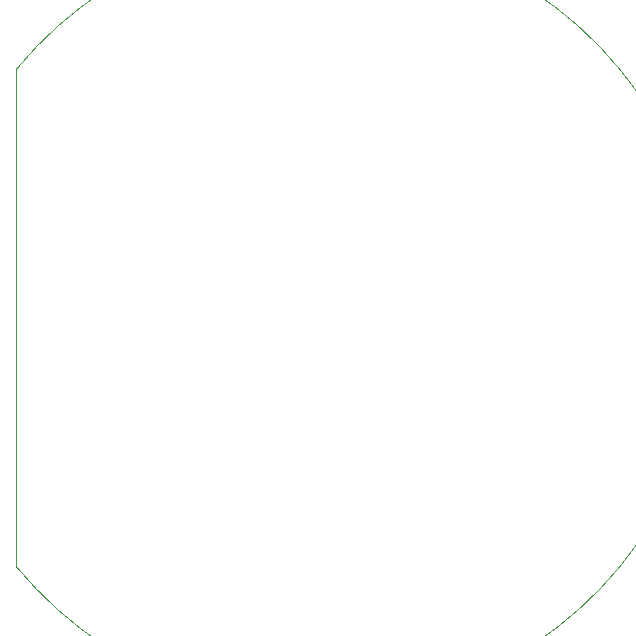
<source format=gbr>
%TF.GenerationSoftware,KiCad,Pcbnew,9.0.0-rc1*%
%TF.CreationDate,2025-03-26T15:14:04+01:00*%
%TF.ProjectId,Robobuoy-Sub-Round-v2_0,526f626f-6275-46f7-992d-5375622d526f,2.0*%
%TF.SameCoordinates,Original*%
%TF.FileFunction,Profile,NP*%
%FSLAX46Y46*%
G04 Gerber Fmt 4.6, Leading zero omitted, Abs format (unit mm)*
G04 Created by KiCad (PCBNEW 9.0.0-rc1) date 2025-03-26 15:14:04*
%MOMM*%
%LPD*%
G01*
G04 APERTURE LIST*
%TA.AperFunction,Profile*%
%ADD10C,0.100000*%
%TD*%
G04 APERTURE END LIST*
D10*
X-25600000Y21000000D02*
X-25593610Y-21000000D01*
X-25593610Y21000000D02*
G75*
G02*
X-25593610Y-21000000I25593610J-21000000D01*
G01*
M02*

</source>
